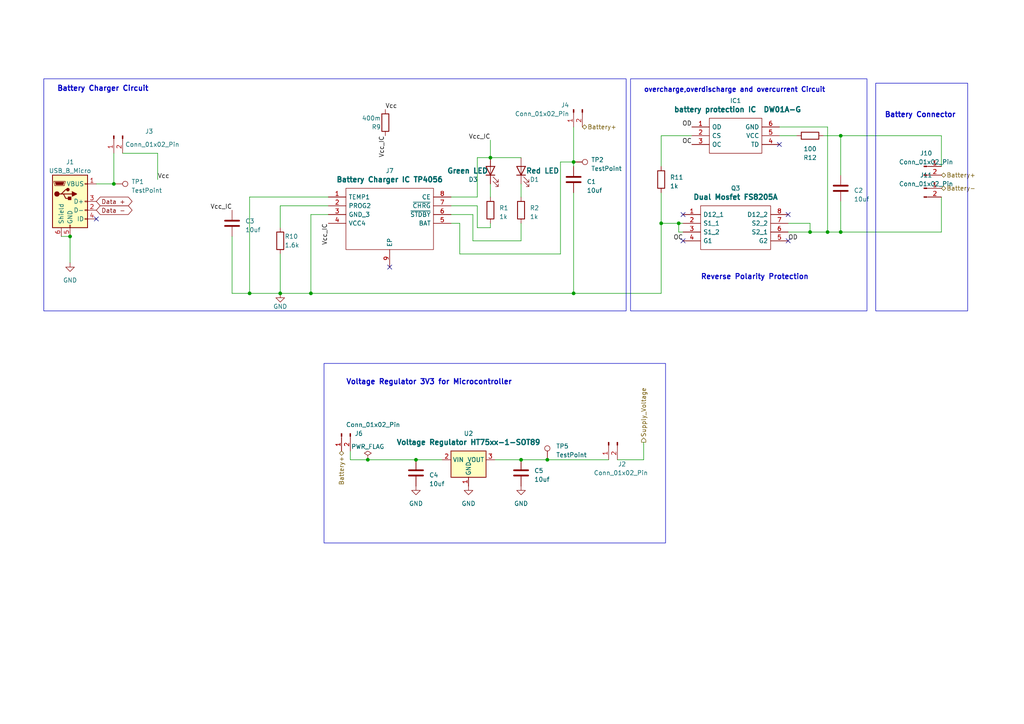
<source format=kicad_sch>
(kicad_sch (version 20230121) (generator eeschema)
  (paper "A4")
  (title_block (title "3088_group22_design") (date "2023-03-20") (rev "3") (company "University of capetown"))
  (lib_symbols
    (symbol "Connector:Conn_01x02_Pin" (pin_names (offset 1.016) hide)
      (property "Reference" "J" (at 0 2.54 0))
      (property "Value" "Conn_01x02_Pin" (at 0 -5.08 0))
      (symbol "Conn_01x02_Pin_1_1"
        (polyline (pts (xy 1.27 -2.54) (xy 0.8636 -2.54)) (stroke (width 0.1524)))
        (polyline (pts (xy 1.27 0) (xy 0.8636 0)) (stroke (width 0.1524)))
        (rectangle (start 0.8636 -2.413) (end 0 -2.667) (stroke (width 0.1524)) (fill (type outline)))
        (rectangle (start 0.8636 0.127) (end 0 -0.127) (stroke (width 0.1524)) (fill (type outline)))
        (pin passive line (at 5.08 0 180) (length 3.81) (name "Pin_1") (number "1"))
        (pin passive line (at 5.08 -2.54 180) (length 3.81) (name "Pin_2") (number "2"))
      )
    )
    (symbol "Connector:TestPoint" (pin_numbers hide) (pin_names (offset 0.762) hide)
      (property "Reference" "TP" (at 0 6.858 0))
      (property "Value" "TestPoint" (at 0 5.08 0))
      (symbol "TestPoint_0_1"
        (circle (center 0 3.302) (radius 0.762))
      )
      (symbol "TestPoint_1_1"
        (pin passive line (at 0 0 90) (length 2.54) (name "1") (number "1"))
      )
    )
    (symbol "Connector:USB_B_Micro" (pin_names (offset 1.016))
      (property "Reference" "J" (at -5.08 11.43 0))
      (property "Value" "USB_B_Micro" (at -5.08 8.89 0))
      (symbol "USB_B_Micro_0_1"
        (rectangle (start -5.08 -7.62) (end 5.08 7.62) (stroke (width 0.254)) (fill (type background)))
        (circle (center -3.81 2.159) (radius 0.635) (stroke (width 0.254)) (fill (type outline)))
        (circle (center -0.635 3.429) (radius 0.381) (stroke (width 0.254)) (fill (type outline)))
        (rectangle (start -0.127 -7.62) (end 0.127 -6.858))
        (polyline (pts (xy -1.905 2.159) (xy 0.635 2.159)) (stroke (width 0.254)))
        (polyline (pts (xy -3.175 2.159) (xy -2.54 2.159) (xy -1.27 3.429) (xy -0.635 3.429)) (stroke (width 0.254)))
        (polyline (pts (xy -2.54 2.159) (xy -1.905 2.159) (xy -1.27 0.889) (xy 0 0.889)) (stroke (width 0.254)))
        (polyline (pts (xy 0.635 2.794) (xy 0.635 1.524) (xy 1.905 2.159) (xy 0.635 2.794)) (stroke (width 0.254)) (fill (type outline)))
        (polyline (pts (xy -4.318 5.588) (xy -1.778 5.588) (xy -2.032 4.826) (xy -4.064 4.826) (xy -4.318 5.588)) (fill (type outline)))
        (polyline (pts (xy -4.699 5.842) (xy -4.699 5.588) (xy -4.445 4.826) (xy -4.445 4.572) (xy -1.651 4.572) (xy -1.651 4.826) (xy -1.397 5.588) (xy -1.397 5.842) (xy -4.699 5.842)))
        (rectangle (start 0.254 1.27) (end -0.508 0.508) (stroke (width 0.254)) (fill (type outline)))
        (rectangle (start 5.08 -5.207) (end 4.318 -4.953))
        (rectangle (start 5.08 -2.667) (end 4.318 -2.413))
        (rectangle (start 5.08 -0.127) (end 4.318 0.127))
        (rectangle (start 5.08 4.953) (end 4.318 5.207))
      )
      (symbol "USB_B_Micro_1_1"
        (pin power_out line (at 7.62 5.08 180) (length 2.54) (name "VBUS") (number "1"))
        (pin bidirectional line (at 7.62 -2.54 180) (length 2.54) (name "D-") (number "2"))
        (pin bidirectional line (at 7.62 0 180) (length 2.54) (name "D+") (number "3"))
        (pin passive line (at 7.62 -5.08 180) (length 2.54) (name "ID") (number "4"))
        (pin power_out line (at 0 -10.16 90) (length 2.54) (name "GND") (number "5"))
        (pin passive line (at -2.54 -10.16 90) (length 2.54) (name "Shield") (number "6"))
      )
    )
    (symbol "DW01A-G:DW01A-G" (pin_names (offset 0.762))
      (property "Reference" "IC" (at 21.59 7.62 0))
      (property "Value" "DW01A-G" (at 21.59 5.08 0))
      (symbol "DW01A-G_0_0"
        (pin passive line (at 0 0 0) (length 5.08) (name "OD") (number "1"))
        (pin passive line (at 0 -2.54 0) (length 5.08) (name "CS") (number "2"))
        (pin passive line (at 0 -5.08 0) (length 5.08) (name "OC") (number "3"))
        (pin passive line (at 25.4 -5.08 180) (length 5.08) (name "TD") (number "4"))
        (pin passive line (at 25.4 -2.54 180) (length 5.08) (name "VCC") (number "5"))
        (pin passive line (at 25.4 0 180) (length 5.08) (name "GND") (number "6"))
      )
      (symbol "DW01A-G_0_1"
        (polyline (pts (xy 5.08 2.54) (xy 20.32 2.54) (xy 20.32 -7.62) (xy 5.08 -7.62) (xy 5.08 2.54)) (stroke (width 0.1524)))
      )
    )
    (symbol "Device:C" (pin_numbers hide) (pin_names (offset 0.254))
      (property "Reference" "C" (at 0.635 2.54 0))
      (property "Value" "C" (at 0.635 -2.54 0))
      (symbol "C_0_1"
        (polyline (pts (xy -2.032 -0.762) (xy 2.032 -0.762)) (stroke (width 0.508)))
        (polyline (pts (xy -2.032 0.762) (xy 2.032 0.762)) (stroke (width 0.508)))
      )
      (symbol "C_1_1"
        (pin passive line (at 0 3.81 270) (length 2.794) (name "~") (number "1"))
        (pin passive line (at 0 -3.81 90) (length 2.794) (name "~") (number "2"))
      )
    )
    (symbol "Device:LED" (pin_numbers hide) (pin_names (offset 1.016) hide)
      (property "Reference" "D" (at 0 2.54 0))
      (property "Value" "LED" (at 0 -2.54 0))
      (symbol "LED_0_1"
        (polyline (pts (xy -1.27 -1.27) (xy -1.27 1.27)) (stroke (width 0.254)))
        (polyline (pts (xy -1.27 0) (xy 1.27 0)))
        (polyline (pts (xy 1.27 -1.27) (xy 1.27 1.27) (xy -1.27 0) (xy 1.27 -1.27)) (stroke (width 0.254)))
        (polyline (pts (xy -3.048 -0.762) (xy -4.572 -2.286) (xy -3.81 -2.286) (xy -4.572 -2.286) (xy -4.572 -1.524)))
        (polyline (pts (xy -1.778 -0.762) (xy -3.302 -2.286) (xy -2.54 -2.286) (xy -3.302 -2.286) (xy -3.302 -1.524)))
      )
      (symbol "LED_1_1"
        (pin passive line (at -3.81 0 0) (length 2.54) (name "K") (number "1"))
        (pin passive line (at 3.81 0 180) (length 2.54) (name "A") (number "2"))
      )
    )
    (symbol "Device:R" (pin_numbers hide) (pin_names (offset 0))
      (property "Reference" "R" (at 2.032 0 90))
      (property "Value" "R" (at 0 0 90))
      (symbol "R_0_1"
        (rectangle (start -1.016 -2.54) (end 1.016 2.54) (stroke (width 0.254)))
      )
      (symbol "R_1_1"
        (pin passive line (at 0 3.81 270) (length 1.27) (name "~") (number "1"))
        (pin passive line (at 0 -3.81 90) (length 1.27) (name "~") (number "2"))
      )
    )
    (symbol "FS8205A:FS8205A" (pin_names (offset 0.762))
      (property "Reference" "Q" (at 26.67 7.62 0))
      (property "Value" "FS8205A" (at 26.67 5.08 0))
      (symbol "FS8205A_0_0"
        (pin passive line (at 0 0 0) (length 5.08) (name "D12_1") (number "1"))
        (pin passive line (at 0 -2.54 0) (length 5.08) (name "S1_1") (number "2"))
        (pin passive line (at 0 -5.08 0) (length 5.08) (name "S1_2") (number "3"))
        (pin passive line (at 0 -7.62 0) (length 5.08) (name "G1") (number "4"))
        (pin passive line (at 30.48 -7.62 180) (length 5.08) (name "G2") (number "5"))
        (pin passive line (at 30.48 -5.08 180) (length 5.08) (name "S2_1") (number "6"))
        (pin passive line (at 30.48 -2.54 180) (length 5.08) (name "S2_2") (number "7"))
        (pin passive line (at 30.48 0 180) (length 5.08) (name "D12_2") (number "8"))
      )
      (symbol "FS8205A_0_1"
        (polyline (pts (xy 5.08 2.54) (xy 25.4 2.54) (xy 25.4 -10.16) (xy 5.08 -10.16) (xy 5.08 2.54)) (stroke (width 0.1524)))
      )
    )
    (symbol "Regulator_Linear:HT75xx-1-SOT89"
      (property "Reference" "U" (at -5.08 -3.81 0))
      (property "Value" "HT75xx-1-SOT89" (at 0 6.35 0))
      (symbol "HT75xx-1-SOT89_0_1"
        (rectangle (start -5.08 5.08) (end 5.08 -2.54) (stroke (width 0.254)) (fill (type background)))
      )
      (symbol "HT75xx-1-SOT89_1_1"
        (pin power_in line (at 0 -5.08 90) (length 2.54) (name "GND") (number "1"))
        (pin power_in line (at -7.62 2.54 0) (length 2.54) (name "VIN") (number "2"))
        (pin power_out line (at 7.62 2.54 180) (length 2.54) (name "VOUT") (number "3"))
      )
    )
    (symbol "TP4056_1" (pin_names (offset 0.762))
      (property "Reference" "J" (at 31.75 7.62 0))
      (property "Value" "TP4056" (at 31.75 5.08 0))
      (symbol "TP4056_1_0_0"
        (pin passive line (at 0 0 0) (length 5.08) (name "TEMP1") (number "1"))
        (pin passive line (at 0 -2.54 0) (length 5.08) (name "PROG2") (number "2"))
        (pin passive line (at 0 -5.08 0) (length 5.08) (name "GND_3") (number "3"))
        (pin passive line (at 0 -7.62 0) (length 5.08) (name "VCC4") (number "4"))
        (pin passive line (at 35.56 -7.62 180) (length 5.08) (name "BAT") (number "5"))
        (pin passive line (at 35.56 -5.08 180) (length 5.08) (name "~{STDBY}") (number "6"))
        (pin passive line (at 35.56 -2.54 180) (length 5.08) (name "~{CHRG}") (number "7"))
        (pin passive line (at 35.56 0 180) (length 5.08) (name "CE") (number "8"))
        (pin passive line (at 17.78 -20.32 90) (length 5.08) (name "EP") (number "9"))
      )
      (symbol "TP4056_1_0_1"
        (polyline (pts (xy 5.08 2.54) (xy 30.48 2.54) (xy 30.48 -15.24) (xy 5.08 -15.24) (xy 5.08 2.54)) (stroke (width 0.1524)))
      )
    )
    (symbol "power:GND" (power) (pin_names (offset 0))
      (property "Value" "GND" (at 0 -3.81 0))
      (symbol "GND_0_1"
        (polyline (pts (xy 0 0) (xy 0 -1.27) (xy 1.27 -1.27) (xy 0 -2.54) (xy -1.27 -1.27) (xy 0 -1.27)))
      )
      (symbol "GND_1_1"
        (pin power_in line (at 0 0 270) (length 0) hide (name "GND") (number "1"))
      )
    )
    (symbol "power:PWR_FLAG" (power) (pin_numbers hide) (pin_names (offset 0) hide)
      (property "Value" "PWR_FLAG" (at 0 3.81 0))
      (symbol "PWR_FLAG_0_0"
        (pin power_out line (at 0 0 90) (length 0) (name "pwr") (number "1"))
      )
      (symbol "PWR_FLAG_0_1"
        (polyline (pts (xy 0 0) (xy 0 1.27) (xy -1.016 1.905) (xy 0 2.54) (xy 1.016 1.905) (xy 0 1.27)))
      )
    )
  )
  (junction (at 166.37 85.09))
  (junction (at 151.13 133.35))
  (junction (at 234.95 67.31))
  (junction (at 72.39 85.09))
  (junction (at 20.32 68.58))
  (junction (at 158.75 133.35))
  (junction (at 243.84 39.37))
  (junction (at 33.02 53.34))
  (junction (at 81.28 85.09))
  (junction (at 166.37 46.99))
  (junction (at 191.77 64.77))
  (junction (at 90.17 85.09))
  (junction (at 142.24 45.72))
  (junction (at 120.65 133.35))
  (junction (at 243.84 67.31))
  (junction (at 196.85 64.77))
  (junction (at 240.03 67.31))
  (junction (at 106.68 133.35))
  (no_connect (at 198.12 69.85))
  (no_connect (at 113.03 77.47))
  (no_connect (at 228.6 62.23))
  (no_connect (at 226.06 41.91))
  (no_connect (at 27.94 63.5))
  (no_connect (at 228.6 69.85))
  (no_connect (at 198.12 62.23))
  (wire (pts (xy 243.84 39.37) (xy 243.84 50.8)))
  (wire (pts (xy 196.85 64.77) (xy 198.12 64.77)))
  (wire (pts (xy 142.24 53.34) (xy 142.24 57.15)))
  (wire (pts (xy 137.16 62.23) (xy 137.16 69.85)))
  (wire (pts (xy 234.95 67.31) (xy 240.03 67.31)))
  (wire (pts (xy 138.43 66.04) (xy 142.24 66.04)))
  (wire (pts (xy 228.6 64.77) (xy 234.95 64.77)))
  (wire (pts (xy 133.35 64.77) (xy 133.35 73.66)))
  (wire (pts (xy 106.68 133.35) (xy 120.65 133.35)))
  (wire (pts (xy 72.39 85.09) (xy 81.28 85.09)))
  (wire (pts (xy 142.24 64.77) (xy 142.24 66.04)))
  (wire (pts (xy 138.43 57.15) (xy 138.43 45.72)))
  (wire (pts (xy 35.56 44.45) (xy 45.72 44.45)))
  (wire (pts (xy 101.6 130.81) (xy 101.6 133.35)))
  (wire (pts (xy 95.25 59.69) (xy 81.28 59.69)))
  (wire (pts (xy 142.24 45.72) (xy 151.13 45.72)))
  (wire (pts (xy 186.69 128.27) (xy 186.69 133.35)))
  (wire (pts (xy 95.25 62.23) (xy 90.17 62.23)))
  (wire (pts (xy 240.03 36.83) (xy 240.03 67.31)))
  (wire (pts (xy 273.05 39.37) (xy 273.05 48.26)))
  (wire (pts (xy 67.31 85.09) (xy 72.39 85.09)))
  (wire (pts (xy 179.07 133.35) (xy 186.69 133.35)))
  (wire (pts (xy 191.77 64.77) (xy 196.85 64.77)))
  (wire (pts (xy 17.78 68.58) (xy 20.32 68.58)))
  (wire (pts (xy 90.17 85.09) (xy 166.37 85.09)))
  (wire (pts (xy 143.51 133.35) (xy 151.13 133.35)))
  (wire (pts (xy 81.28 73.66) (xy 81.28 85.09)))
  (wire (pts (xy 27.94 53.34) (xy 33.02 53.34)))
  (wire (pts (xy 158.75 133.35) (xy 176.53 133.35)))
  (wire (pts (xy 133.35 73.66) (xy 162.56 73.66)))
  (wire (pts (xy 166.37 85.09) (xy 191.77 85.09)))
  (wire (pts (xy 90.17 62.23) (xy 90.17 85.09)))
  (wire (pts (xy 191.77 39.37) (xy 191.77 48.26)))
  (wire (pts (xy 130.81 57.15) (xy 138.43 57.15)))
  (wire (pts (xy 243.84 67.31) (xy 273.05 67.31)))
  (wire (pts (xy 45.72 44.45) (xy 45.72 52.07)))
  (wire (pts (xy 243.84 39.37) (xy 273.05 39.37)))
  (wire (pts (xy 162.56 46.99) (xy 166.37 46.99)))
  (wire (pts (xy 130.81 59.69) (xy 138.43 59.69)))
  (wire (pts (xy 67.31 68.58) (xy 67.31 85.09)))
  (wire (pts (xy 166.37 36.83) (xy 166.37 46.99)))
  (wire (pts (xy 238.76 39.37) (xy 243.84 39.37)))
  (wire (pts (xy 226.06 36.83) (xy 240.03 36.83)))
  (wire (pts (xy 234.95 64.77) (xy 234.95 67.31)))
  (wire (pts (xy 33.02 44.45) (xy 33.02 53.34)))
  (wire (pts (xy 142.24 40.64) (xy 142.24 45.72)))
  (wire (pts (xy 228.6 67.31) (xy 234.95 67.31)))
  (wire (pts (xy 138.43 59.69) (xy 138.43 66.04)))
  (wire (pts (xy 200.66 39.37) (xy 191.77 39.37)))
  (wire (pts (xy 198.12 67.31) (xy 196.85 67.31)))
  (wire (pts (xy 243.84 58.42) (xy 243.84 67.31)))
  (wire (pts (xy 20.32 68.58) (xy 20.32 76.2)))
  (wire (pts (xy 166.37 55.88) (xy 166.37 85.09)))
  (wire (pts (xy 166.37 48.26) (xy 166.37 46.99)))
  (wire (pts (xy 81.28 59.69) (xy 81.28 66.04)))
  (wire (pts (xy 130.81 64.77) (xy 133.35 64.77)))
  (wire (pts (xy 196.85 64.77) (xy 196.85 67.31)))
  (wire (pts (xy 191.77 55.88) (xy 191.77 64.77)))
  (wire (pts (xy 138.43 45.72) (xy 142.24 45.72)))
  (wire (pts (xy 273.05 57.15) (xy 273.05 67.31)))
  (wire (pts (xy 81.28 85.09) (xy 90.17 85.09)))
  (wire (pts (xy 151.13 64.77) (xy 151.13 69.85)))
  (wire (pts (xy 137.16 69.85) (xy 151.13 69.85)))
  (wire (pts (xy 191.77 64.77) (xy 191.77 85.09)))
  (wire (pts (xy 101.6 133.35) (xy 106.68 133.35)))
  (wire (pts (xy 95.25 57.15) (xy 72.39 57.15)))
  (wire (pts (xy 130.81 62.23) (xy 137.16 62.23)))
  (wire (pts (xy 226.06 39.37) (xy 231.14 39.37)))
  (wire (pts (xy 151.13 53.34) (xy 151.13 57.15)))
  (wire (pts (xy 162.56 73.66) (xy 162.56 46.99)))
  (wire (pts (xy 240.03 67.31) (xy 243.84 67.31)))
  (wire (pts (xy 72.39 57.15) (xy 72.39 85.09)))
  (wire (pts (xy 120.65 133.35) (xy 128.27 133.35)))
  (wire (pts (xy 151.13 133.35) (xy 158.75 133.35)))
  (rectangle (start 182.88 22.86) (end 251.46 90.17))
  (rectangle (start 254 24.13) (end 280.67 90.17))
  (rectangle (start 12.7 22.86) (end 181.61 90.17))
  (rectangle (start 93.98 105.41) (end 193.04 157.48))
  (text "Battery Charger Circuit" (at 16.51 26.67 0) (effects (font (size 1.5 1.5) (thickness 0.3) bold) (justify left bottom)))
  (text "overcharge,overdischarge and overcurrent Circuit\n \n" (at 186.69 29.21 0) (effects (font (size 1.4 1.4) (thickness 0.28) bold) (justify left bottom)))
  (text "Battery Connector" (at 256.54 34.29 0) (effects (font (size 1.5 1.5) (thickness 0.3) bold) (justify left bottom)))
  (text "Reverse Polarity Protection\n" (at 203.2 81.28 0) (effects (font (size 1.5 1.5) (thickness 0.28) bold) (justify left bottom)))
  (text "Voltage Regulator 3V3 for Microcontroller" (at 100.33 111.76 0) (effects (font (size 1.5 1.5) (thickness 0.3) bold) (justify left bottom)))
  (label "Vcc_IC" (at 67.31 60.96 180))
  (label "OD" (at 228.6 69.85 0))
  (label "OD" (at 200.66 36.83 180))
  (label "OC" (at 200.66 41.91 180))
  (label "Vcc_IC" (at 111.76 39.37 270))
  (label "Vcc" (at 45.72 52.07 0))
  (label "Vcc_IC" (at 142.24 40.64 180))
  (label "Vcc_IC" (at 95.25 64.77 270))
  (label "OC" (at 198.12 69.85 180))
  (label "Vcc" (at 111.76 31.75 0))
  (global_label "Data -" (shape bidirectional) (at 27.94 60.96 0) (property "Intersheetrefs" "${INTERSHEET_REFS}" (effects hide)))
  (global_label "Data +" (shape bidirectional) (at 27.94 58.42 0) (property "Intersheetrefs" "${INTERSHEET_REFS}" (effects hide)))
  (hierarchical_label "Battery-" (shape bidirectional) (at 273.05 54.61 0))
  (hierarchical_label "Battery+" (shape bidirectional) (at 273.05 50.8 0))
  (hierarchical_label "Battery+" (shape bidirectional) (at 99.06 130.81 270))
  (hierarchical_label "Supply_Voltage" (shape output) (at 186.69 128.27 90))
  (hierarchical_label "Battery+" (shape bidirectional) (at 168.91 36.83 0))
  (symbol (lib_id "Device:R") (at 234.95 39.37 90) (unit 1)
    (property "Reference" "R12" (at 234.95 45.72 90))
    (property "Value" "100" (at 234.95 43.18 90))
    (property "Footprint" "Resistor_THT:R_Axial_DIN0207_L6.3mm_D2.5mm_P10.16mm_Horizontal" (effects hide))
    (property "Prices" "$0.0005" (effects hide))
    (property "Suppliers" "JLCPCB Parts" (effects hide))
    (property "Description" "62.5mW 50V ±1% ±200ppm/℃ -55℃~+155℃ 1.1kΩ 0402 Chip Resistor - Surface Mount ROHS" (effects hide))
    (property "Manufacturer_Part_Number" "C286552" (effects hide))
    (instances (project "EEE3088F_Schematic" (path "" (reference "R12") (unit 1))) (project "overall scematic" (path "" (reference "R6") (unit 1))))
  )
  (symbol (lib_id "power:GND") (at 151.13 140.97 0) (unit 1)
    (property "Reference" "#PWR08" (effects hide))
    (property "Value" "GND" (at 151.13 146.05 0))
    (instances (project "EEE3088F_Schematic" (path "" (reference "#PWR08") (unit 1))) (project "overall scematic" (path "" (reference "#PWR05") (unit 1))))
  )
  (symbol (lib_id "power:GND") (at 81.28 85.09 0) (unit 1)
    (property "Reference" "#PWR01" (effects hide))
    (property "Value" "GND" (at 81.28 88.9 0))
    (instances (project "EEE3088F_Schematic" (path "" (reference "#PWR01") (unit 1))) (project "overall scematic" (path "" (reference "#PWR02") (unit 1))))
  )
  (symbol (lib_id "Connector:USB_B_Micro") (at 20.32 58.42 0) (unit 1)
    (property "Reference" "J1" (at 20.32 46.99 0))
    (property "Value" "USB_B_Micro" (at 20.32 49.53 0))
    (property "Footprint" "Connector_USB:USB_Micro-B_Amphenol_10118194_Horizontal" (effects hide))
    (property "Prices" " $0.5924" (effects hide))
    (property "Suppliers" "JLCPCB Parts" (effects hide))
  )
  (symbol (lib_id "FS8205A:FS8205A") (at 198.12 62.23 0) (unit 1)
    (property "Reference" "Q3" (at 213.36 54.61 0))
    (property "Value" "Dual Mosfet FS8205A" (at 213.36 57.15 0) (effects (font (size 1.5 1.5) bold)))
    (property "Footprint" "FB8205A:SOP65P640X120-8N" (effects hide))
    (property "Datasheet" "http://www.ic-fortune.com/upload/Download/FS8205A-DS-12_EN.pdf" (effects hide))
    (property "Description" "Dual N-Channel Enahncement Mode Power MOSFET" (effects hide))
    (property "Height" "1.2" (effects hide))
    (property "Manufacturer_Name" "fortune" (effects hide))
    (property "Manufacturer_Part_Number" "FS8205A" (effects hide))
    (instances (project "EEE3088F_Schematic" (path "" (reference "Q3") (unit 1))) (project "overall scematic" (path "" (reference "Q1") (unit 1))))
  )
  (symbol (lib_id "Connector:Conn_01x02_Pin") (at 33.02 39.37 90) (mirror x) (unit 1)
    (property "Reference" "J3" (at 44.45 38.1 90) (effects (justify left)))
    (property "Value" "Conn_01x02_Pin" (at 52.07 41.91 90) (effects (justify left)))
    (property "Footprint" "Connector_PinHeader_2.54mm:PinHeader_1x02_P2.54mm_Vertical" (effects hide))
    (property "Description" "Plugin,P=2.54mm Pin Headers ROHS" (effects hide))
    (property "Manufacturer_Part_Number" "C5116481" (effects hide))
    (property "Prices" "$0.0206" (effects hide))
    (property "Suppliers" "JLCPCB Parts" (effects hide))
    (instances (project "EEE3088F_Schematic" (path "" (reference "J3") (unit 1))) (project "overall scematic" (path "" (reference "J2") (unit 1))))
  )
  (symbol (lib_id "Connector:TestPoint") (at 33.02 53.34 270) (unit 1)
    (property "Reference" "TP1" (at 38.1 52.705 90) (effects (justify left)))
    (property "Value" "TestPoint" (at 38.1 55.245 90) (effects (justify left)))
  )
  (symbol (lib_name "TP4056_1") (lib_id "TP4056:TP4056") (at 95.25 57.15 0) (unit 1)
    (property "Reference" "J7" (at 113.03 49.53 0))
    (property "Value" "Battery Charger IC TP4056" (at 113.03 52.07 0) (effects (font (size 1.5 1.5) bold)))
    (property "Footprint" "TP4056:SOIC127P600X175-9N" (effects hide))
    (property "Datasheet" "https://dlnmh9ip6v2uc.cloudfront.net/datasheets/Prototyping/TP4056.pdf" (effects hide))
    (property "Description" "1A Standalone Linear Li-lon Battery Charger, SOP-8" (effects hide))
    (property "Height" "1.75" (effects hide))
    (property "Manufacturer_Name" "NanJing Top Power" (effects hide))
    (property "Manufacturer_Part_Number" "TP4056" (effects hide))
    (instances (project "EEE3088F_Schematic" (path "" (reference "J7") (unit 1))) (project "overall scematic" (path "" (reference "J3") (unit 1))))
  )
  (symbol (lib_id "Connector:Conn_01x02_Pin") (at 99.06 125.73 90) (mirror x) (unit 1)
    (property "Reference" "J6" (at 102.87 125.73 90) (effects (justify right)))
    (property "Value" "Conn_01x02_Pin" (at 100.33 123.19 90) (effects (justify right)))
    (property "Footprint" "Connector_PinHeader_2.54mm:PinHeader_1x02_P2.54mm_Vertical" (effects hide))
    (property "Description" "Plugin,P=2.54mm Pin Headers ROHS" (effects hide))
    (property "Manufacturer_Part_Number" "C5116481" (effects hide))
    (property "Prices" "$0.0206" (effects hide))
    (property "Suppliers" "JLCPCB Parts" (effects hide))
    (instances (project "EEE3088F_Schematic" (path "" (reference "J6") (unit 1))) (project "overall scematic" (path "" (reference "J4") (unit 1))))
  )
  (symbol (lib_id "Device:R") (at 151.13 60.96 0) (unit 1)
    (property "Reference" "R2" (at 153.67 60.325 0) (effects (justify left)))
    (property "Value" "1k" (at 153.67 62.865 0) (effects (justify left)))
    (property "Footprint" "Resistor_THT:R_Axial_DIN0207_L6.3mm_D2.5mm_P10.16mm_Horizontal" (effects hide))
    (property "Prices" "$0.0005" (effects hide))
    (property "Suppliers" "JLCPCB Parts" (effects hide))
    (property "Description" "62.5mW 50V ±1% ±200ppm/℃ -55℃~+155℃ 1.1kΩ 0402 Chip Resistor - Surface Mount ROHS" (effects hide))
    (property "Manufacturer_Part_Number" "C286552" (effects hide))
    (instances (project "EEE3088F_Schematic" (path "" (reference "R2") (unit 1))) (project "overall scematic" (path "" (reference "R4") (unit 1))))
  )
  (symbol (lib_id "Connector:TestPoint") (at 166.37 46.99 270) (unit 1)
    (property "Reference" "TP2" (at 171.45 46.355 90) (effects (justify left)))
    (property "Value" "TestPoint" (at 171.45 48.895 90) (effects (justify left)))
    (instances (project "EEE3088F_Schematic" (path "" (reference "TP2") (unit 1))) (project "overall scematic" (path "" (reference "TP3") (unit 1))))
  )
  (symbol (lib_id "Device:R") (at 191.77 52.07 0) (unit 1)
    (property "Reference" "R11" (at 194.31 51.435 0) (effects (justify left)))
    (property "Value" "1k" (at 194.31 53.975 0) (effects (justify left)))
    (property "Footprint" "Resistor_THT:R_Axial_DIN0207_L6.3mm_D2.5mm_P10.16mm_Horizontal" (effects hide))
    (property "Prices" "$0.0005" (effects hide))
    (property "Suppliers" "JLCPCB Parts" (effects hide))
    (property "Description" "62.5mW 50V ±1% ±200ppm/℃ -55℃~+155℃ 1.1kΩ 0402 Chip Resistor - Surface Mount ROHS" (effects hide))
    (property "Manufacturer_Part_Number" "C286552" (effects hide))
    (instances (project "EEE3088F_Schematic" (path "" (reference "R11") (unit 1))) (project "overall scematic" (path "" (reference "R5") (unit 1))))
  )
  (symbol (lib_id "Device:C") (at 67.31 64.77 0) (unit 1)
    (property "Reference" "C3" (at 71.12 64.135 0) (effects (justify left)))
    (property "Value" "10uf" (at 71.12 66.675 0) (effects (justify left)))
    (property "Footprint" "Capacitor_SMD:C_0402_1005Metric" (effects hide))
    (property "Prices" " $0.0056 " (effects hide))
    (property "Suppliers" "JLCPCB Parts" (effects hide))
    (property "Manufacturer_Part_Number" "C15525" (effects hide))
    (property "Description" "6.3V 10.uF X5R ±20% 0402 Multilayer Ceramic Capacitors MLCC - SMD/SMT ROHS" (effects hide))
    (instances (project "EEE3088F_Schematic" (path "" (reference "C3") (unit 1))) (project "overall scematic" (path "" (reference "C1") (unit 1))))
  )
  (symbol (lib_id "Connector:Conn_01x02_Pin") (at 267.97 48.26 0) (unit 1)
    (property "Reference" "J10" (at 268.605 44.45 0))
    (property "Value" "Conn_01x02_Pin" (at 268.605 46.99 0))
    (property "Footprint" "Connector_PinHeader_2.54mm:PinHeader_1x02_P2.54mm_Vertical" (effects hide))
  )
  (symbol (lib_id "Device:C") (at 151.13 137.16 0) (unit 1)
    (property "Reference" "C5" (at 154.94 136.525 0) (effects (justify left)))
    (property "Value" "10uf" (at 154.94 139.065 0) (effects (justify left)))
    (property "Footprint" "Capacitor_SMD:C_0402_1005Metric" (effects hide))
    (property "Prices" " $0.0060 " (effects hide))
    (property "Suppliers" "JLCPCB Parts" (effects hide))
    (property "Description" "10V 4.7uF X5R ±20% 0402 Multilayer Ceramic Capacitors MLCC - SMD/SMT ROHS" (effects hide))
    (property "Manufacturer_Part_Number" "C23733" (effects hide))
    (instances (project "EEE3088F_Schematic" (path "" (reference "C5") (unit 1))) (project "overall scematic" (path "" (reference "C3") (unit 1))))
  )
  (symbol (lib_id "Connector:Conn_01x02_Pin") (at 176.53 128.27 90) (mirror x) (unit 1)
    (property "Reference" "J2" (at 181.61 134.62 90) (effects (justify left)))
    (property "Value" "Conn_01x02_Pin" (at 187.96 137.16 90) (effects (justify left)))
    (property "Footprint" "Connector_PinHeader_2.54mm:PinHeader_1x02_P2.54mm_Vertical" (effects hide))
    (property "Description" "Plugin,P=2.54mm Pin Headers ROHS" (effects hide))
    (property "Manufacturer_Part_Number" "C5116481" (effects hide))
    (property "Prices" "$0.0206" (effects hide))
    (property "Suppliers" "JLCPCB Parts" (effects hide))
    (instances (project "EEE3088F_Schematic" (path "" (reference "J2") (unit 1))) (project "overall scematic" (path "" (reference "J6") (unit 1))))
  )
  (symbol (lib_id "power:PWR_FLAG") (at 106.68 133.35 0) (unit 1)
    (property "Reference" "#FLG01" (effects hide))
    (property "Value" "PWR_FLAG" (at 106.68 129.54 0))
    (instances (project "EEE3088F_Schematic" (path "" (reference "#FLG01") (unit 1))) (project "overall scematic" (path "" (reference "#FLG03") (unit 1))))
  )
  (symbol (lib_id "Device:C") (at 120.65 137.16 0) (unit 1)
    (property "Reference" "C4" (at 124.46 137.795 0) (effects (justify left)))
    (property "Value" "10uf" (at 124.46 140.335 0) (effects (justify left)))
    (property "Footprint" "Capacitor_SMD:C_0402_1005Metric" (effects hide))
    (property "Prices" " $0.0060 " (effects hide))
    (property "Suppliers" "JLCPCB Parts" (effects hide))
    (property "Manufacturer_Part_Number" "C23733" (effects hide))
    (property "Description" "10V 4.7uF X5R ±20% 0402 Multilayer Ceramic Capacitors MLCC - SMD/SMT ROHS" (effects hide))
    (instances (project "EEE3088F_Schematic" (path "" (reference "C4") (unit 1))) (project "overall scematic" (path "" (reference "C2") (unit 1))))
  )
  (symbol (lib_id "Device:R") (at 81.28 69.85 0) (unit 1)
    (property "Reference" "R10" (at 82.55 68.58 0) (effects (justify left)))
    (property "Value" "1.6k" (at 82.55 71.12 0) (effects (justify left)))
    (property "Footprint" "Resistor_THT:R_Axial_DIN0207_L6.3mm_D2.5mm_P10.16mm_Horizontal" (effects hide))
    (property "Prices" "$0.3303 " (effects hide))
    (property "Suppliers" "JLCPCB Parts" (effects hide))
    (property "Description" "62.5mW Metal Film Resistors 50V ±25ppm/℃ ±0.1% -55℃~+155℃ 1.6kΩ 0402 Chip Resistor - Surface Mount ROHS" (effects hide))
    (property "Manufacturer_Part_Number" "C186142" (effects hide))
    (instances (project "EEE3088F_Schematic" (path "" (reference "R10") (unit 1))) (project "overall scematic" (path "" (reference "R1") (unit 1))))
  )
  (symbol (lib_id "Connector:TestPoint") (at 158.75 133.35 0) (unit 1)
    (property "Reference" "TP5" (at 161.29 129.413 0) (effects (justify left)))
    (property "Value" "TestPoint" (at 161.29 131.953 0) (effects (justify left)))
    (instances (project "EEE3088F_Schematic" (path "" (reference "TP5") (unit 1))) (project "overall scematic" (path "" (reference "TP2") (unit 1))))
  )
  (symbol (lib_id "Device:LED") (at 142.24 49.53 90) (unit 1)
    (property "Reference" "D3" (at 135.89 52.07 90) (effects (justify right)))
    (property "Value" "Green LED" (at 129.54 49.53 90) (effects (font (size 1.5 1.5) bold) (justify right)))
    (property "Footprint" "Diode_SMD:D_0805_2012Metric" (effects hide))
    (property "Prices" "$0.0159 " (effects hide))
    (property "Suppliers" "JLCPCB Parts" (effects hide))
    (property "Description" "0805 white （300-360mcd) Light Emitting Diodes (LED) ROHS" (effects hide))
    (property "Manufacturer_Part_Number" "C34499 " (effects hide))
    (instances (project "EEE3088F_Schematic" (path "" (reference "D3") (unit 1))) (project "overall scematic" (path "" (reference "D1") (unit 1))))
  )
  (symbol (lib_id "power:GND") (at 20.32 76.2 0) (unit 1)
    (property "Reference" "#PWR05" (effects hide))
    (property "Value" "GND" (at 20.32 81.28 0))
    (instances (project "EEE3088F_Schematic" (path "" (reference "#PWR05") (unit 1))) (project "overall scematic" (path "" (reference "#PWR01") (unit 1))))
  )
  (symbol (lib_id "Connector:Conn_01x02_Pin") (at 267.97 54.61 0) (unit 1)
    (property "Reference" "J11" (at 268.605 50.8 0))
    (property "Value" "Conn_01x02_Pin" (at 268.605 53.34 0))
    (property "Footprint" "Connector_PinHeader_2.54mm:PinHeader_1x02_P2.54mm_Vertical" (effects hide))
  )
  (symbol (lib_id "Device:C") (at 243.84 54.61 0) (unit 1)
    (property "Reference" "C2" (at 247.65 55.245 0) (effects (justify left)))
    (property "Value" "10uf" (at 247.65 57.785 0) (effects (justify left)))
    (property "Footprint" "Capacitor_SMD:C_0402_1005Metric" (effects hide))
    (property "Prices" " $0.0056 " (effects hide))
    (property "Suppliers" "JLCPCB Parts" (effects hide))
    (property "Manufacturer_Part_Number" "C15525" (effects hide))
    (property "Description" "6.3V 10.uF X5R ±20% 0402 Multilayer Ceramic Capacitors MLCC - SMD/SMT ROHS" (effects hide))
    (instances (project "EEE3088F_Schematic" (path "" (reference "C2") (unit 1))) (project "overall scematic" (path "" (reference "C6") (unit 1))))
  )
  (symbol (lib_id "power:GND") (at 120.65 140.97 0) (unit 1)
    (property "Reference" "#PWR07" (effects hide))
    (property "Value" "GND" (at 120.65 146.05 0))
    (instances (project "EEE3088F_Schematic" (path "" (reference "#PWR07") (unit 1))) (project "overall scematic" (path "" (reference "#PWR03") (unit 1))))
  )
  (symbol (lib_id "Device:R") (at 111.76 35.56 180) (unit 1)
    (property "Reference" "R9" (at 110.49 36.83 0) (effects (justify left)))
    (property "Value" "400m" (at 110.49 34.29 0) (effects (justify left)))
    (property "Footprint" "Resistor_SMD:R_0402_1005Metric" (effects hide))
    (property "Prices" "$0.0447 " (effects hide))
    (property "Suppliers" "JLCPCB Parts" (effects hide))
    (property "Description" "63mW Thick Film Resistors ±5% ±800ppm/℃ -55℃~+155℃ 400mΩ 0402 Chip Resistor - Surface Mount ROHS" (effects hide))
    (property "Manufacturer_Part_Number" "C852204" (effects hide))
    (instances (project "EEE3088F_Schematic" (path "" (reference "R9") (unit 1))) (project "overall scematic" (path "" (reference "R2") (unit 1))))
  )
  (symbol (lib_id "Regulator_Linear:HT75xx-1-SOT89") (at 135.89 135.89 0) (unit 1)
    (property "Reference" "U2" (at 135.89 125.73 0))
    (property "Value" "Voltage Regulator HT75xx-1-SOT89" (at 135.89 128.27 0) (effects (font (size 1.5 1.5) bold)))
    (property "Footprint" "Package_TO_SOT_SMD:SOT-89-3" (effects hide))
    (property "Datasheet" "https://www.holtek.com/documents/10179/116711/HT75xx-1v250.pdf" (effects hide))
    (instances (project "EEE3088F_Schematic" (path "" (reference "U2") (unit 1))) (project "overall scematic" (path "" (reference "U1") (unit 1))))
  )
  (symbol (lib_id "DW01A-G:DW01A-G") (at 200.66 36.83 0) (unit 1)
    (property "Reference" "IC1" (at 213.36 29.21 0))
    (property "Value" " battery protection IC  DW01A-G" (at 213.36 31.75 0) (effects (font (size 1.5 1.5) bold)))
    (property "Footprint" "DW01A:SOT95P280X135-6N" (effects hide))
    (property "Datasheet" "http://acoptex.com/uploads/DW01A.pdf" (effects hide))
    (property "Description" "One Cell Lithium-ion/Polymer Battery Protection IC" (effects hide))
    (property "Height" "1.35" (effects hide))
    (property "Manufacturer_Name" "Fortune Semiconductor Corporation" (effects hide))
    (property "Manufacturer_Part_Number" "DW01A-G" (effects hide))
  )
  (symbol (lib_id "Device:C") (at 166.37 52.07 0) (unit 1)
    (property "Reference" "C1" (at 170.18 52.705 0) (effects (justify left)))
    (property "Value" "10uf" (at 170.18 55.245 0) (effects (justify left)))
    (property "Footprint" "Capacitor_SMD:C_0402_1005Metric" (effects hide))
    (property "Prices" " $0.0056 " (effects hide))
    (property "Suppliers" "JLCPCB Parts" (effects hide))
    (property "Manufacturer_Part_Number" "C15525" (effects hide))
    (property "Description" "6.3V 10.uF X5R ±20% 0402 Multilayer Ceramic Capacitors MLCC - SMD/SMT ROHS" (effects hide))
    (instances (project "EEE3088F_Schematic" (path "" (reference "C1") (unit 1))) (project "overall scematic" (path "" (reference "C4") (unit 1))))
  )
  (symbol (lib_id "power:GND") (at 135.89 140.97 0) (unit 1)
    (property "Reference" "#PWR02" (effects hide))
    (property "Value" "GND" (at 135.89 146.05 0))
    (instances (project "EEE3088F_Schematic" (path "" (reference "#PWR02") (unit 1))) (project "overall scematic" (path "" (reference "#PWR04") (unit 1))))
  )
  (symbol (lib_id "Connector:Conn_01x02_Pin") (at 166.37 31.75 90) (mirror x) (unit 1)
    (property "Reference" "J4" (at 165.1 30.48 90) (effects (justify left)))
    (property "Value" "Conn_01x02_Pin" (at 165.1 33.02 90) (effects (justify left)))
    (property "Footprint" "Connector_PinHeader_2.54mm:PinHeader_1x02_P2.54mm_Vertical" (effects hide))
    (property "Description" "Plugin,P=2.54mm Pin Headers ROHS" (effects hide))
    (property "Manufacturer_Part_Number" "C5116481" (effects hide))
    (property "Prices" "$0.0206" (effects hide))
    (property "Suppliers" "JLCPCB Parts" (effects hide))
    (instances (project "EEE3088F_Schematic" (path "" (reference "J4") (unit 1))) (project "overall scematic" (path "" (reference "J5") (unit 1))))
  )
  (symbol (lib_id "Device:R") (at 142.24 60.96 0) (unit 1)
    (property "Reference" "R1" (at 144.78 60.325 0) (effects (justify left)))
    (property "Value" "1k" (at 144.78 62.865 0) (effects (justify left)))
    (property "Footprint" "Resistor_THT:R_Axial_DIN0207_L6.3mm_D2.5mm_P10.16mm_Horizontal" (effects hide))
    (property "Prices" "$0.0005" (effects hide))
    (property "Suppliers" "JLCPCB Parts" (effects hide))
    (property "Description" "62.5mW 50V ±1% ±200ppm/℃ -55℃~+155℃ 1.1kΩ 0402 Chip Resistor - Surface Mount ROHS" (effects hide))
    (property "Manufacturer_Part_Number" "C286552" (effects hide))
    (instances (project "EEE3088F_Schematic" (path "" (reference "R1") (unit 1))) (project "overall scematic" (path "" (reference "R3") (unit 1))))
  )
  (symbol (lib_id "Device:LED") (at 151.13 49.53 90) (unit 1)
    (property "Reference" "D1" (at 153.67 52.07 90) (effects (justify right)))
    (property "Value" "Red LED" (at 152.4 49.53 90) (effects (font (size 1.5 1.5) bold) (justify right)))
    (property "Footprint" "LED_SMD:LED_0805_2012Metric" (effects hide))
    (property "Prices" "$0.0113 " (effects hide))
    (property "Suppliers" "JLCPCB Parts" (effects hide))
    (property "Description" "Red 0805 Light Emitting Diodes (LED) ROHS" (effects hide))
    (property "Manufacturer_Part_Number" "C84256" (effects hide))
    (instances (project "EEE3088F_Schematic" (path "" (reference "D1") (unit 1))) (project "overall scematic" (path "" (reference "D2") (unit 1))))
  )
)
</source>
